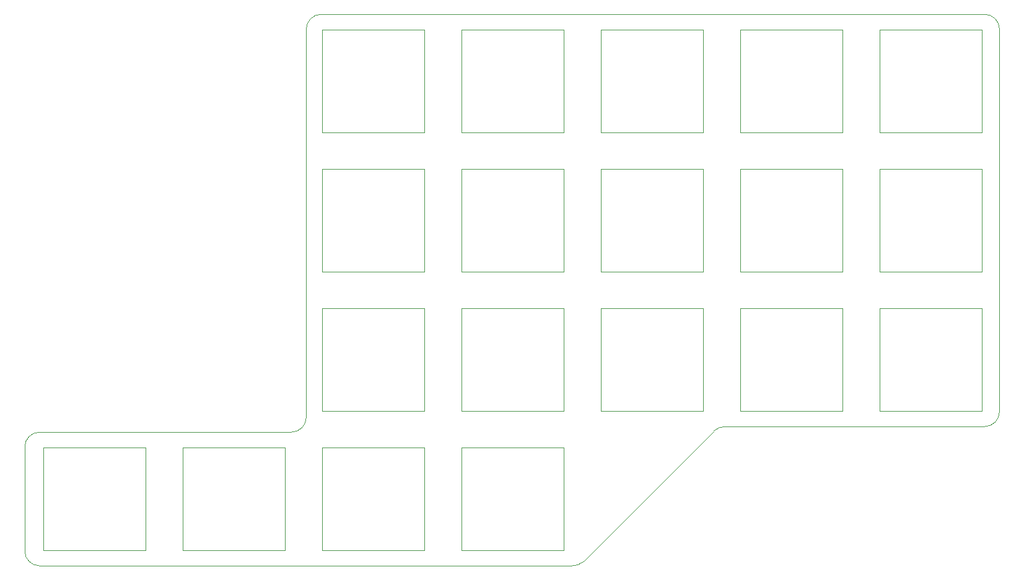
<source format=gbr>
%TF.GenerationSoftware,KiCad,Pcbnew,(6.0.10)*%
%TF.CreationDate,2023-03-05T22:19:41-08:00*%
%TF.ProjectId,tsbym-top_plate,74736279-6d2d-4746-9f70-5f706c617465,rev?*%
%TF.SameCoordinates,Original*%
%TF.FileFunction,Profile,NP*%
%FSLAX46Y46*%
G04 Gerber Fmt 4.6, Leading zero omitted, Abs format (unit mm)*
G04 Created by KiCad (PCBNEW (6.0.10)) date 2023-03-05 22:19:41*
%MOMM*%
%LPD*%
G01*
G04 APERTURE LIST*
%TA.AperFunction,Profile*%
%ADD10C,0.100000*%
%TD*%
%TA.AperFunction,Profile*%
%ADD11C,0.120000*%
%TD*%
G04 APERTURE END LIST*
D10*
X206756001Y-117093999D02*
G75*
G03*
X208788000Y-115062000I0J2031999D01*
G01*
X112014000Y-117855999D02*
G75*
G03*
X114045999Y-115824000I0J2031999D01*
G01*
X114046001Y-62738000D02*
X114045999Y-115824000D01*
X77597000Y-117856001D02*
G75*
G03*
X75565001Y-119888000I0J-2031999D01*
G01*
X206756000Y-60706000D02*
X116078000Y-60706001D01*
X171323000Y-117094000D02*
G75*
G03*
X169774773Y-117661481I5457J-2410600D01*
G01*
X208787999Y-62737999D02*
G75*
G03*
X206756000Y-60706000I-2031999J0D01*
G01*
X151916228Y-135576518D02*
X169774772Y-117661482D01*
X75565001Y-134112001D02*
G75*
G03*
X77597000Y-136144000I2031999J0D01*
G01*
X204724000Y-117094000D02*
X171323000Y-117094000D01*
X208788000Y-115062000D02*
X208788000Y-62738000D01*
X116078000Y-60706001D02*
G75*
G03*
X114046001Y-62738000I0J-2031999D01*
G01*
X112014000Y-117855999D02*
X77597000Y-117856001D01*
X150368000Y-136144000D02*
X77597000Y-136144000D01*
X204724000Y-117094000D02*
X206756000Y-117094000D01*
X75565001Y-119888000D02*
X75565000Y-134112000D01*
X150368000Y-136144000D02*
G75*
G03*
X151916227Y-135576519I-5457J2410600D01*
G01*
D11*
%TO.C,SW2*%
X130190000Y-62850000D02*
X116190000Y-62850000D01*
X116190000Y-76850000D02*
X130190000Y-76850000D01*
X130190000Y-76850000D02*
X130190000Y-62850000D01*
X116190000Y-62850000D02*
X116190000Y-76850000D01*
X116190000Y-134000000D02*
X130190000Y-134000000D01*
X130190000Y-134000000D02*
X130190000Y-120000000D01*
X130190000Y-120000000D02*
X116190000Y-120000000D01*
X116190000Y-120000000D02*
X116190000Y-134000000D01*
X168290000Y-62850000D02*
X154290000Y-62850000D01*
X168290000Y-76850000D02*
X168290000Y-62850000D01*
X154290000Y-76850000D02*
X168290000Y-76850000D01*
X154290000Y-62850000D02*
X154290000Y-76850000D01*
X206390000Y-95900000D02*
X206390000Y-81900000D01*
X192390000Y-81900000D02*
X192390000Y-95900000D01*
X192390000Y-95900000D02*
X206390000Y-95900000D01*
X206390000Y-81900000D02*
X192390000Y-81900000D01*
X116190000Y-114950000D02*
X130190000Y-114950000D01*
X116190000Y-100950000D02*
X116190000Y-114950000D01*
X130190000Y-100950000D02*
X116190000Y-100950000D01*
X130190000Y-114950000D02*
X130190000Y-100950000D01*
X154290000Y-81900000D02*
X154290000Y-95900000D01*
X154290000Y-95900000D02*
X168290000Y-95900000D01*
X168290000Y-81900000D02*
X154290000Y-81900000D01*
X168290000Y-95900000D02*
X168290000Y-81900000D01*
X149240000Y-120000000D02*
X135240000Y-120000000D01*
X149240000Y-134000000D02*
X149240000Y-120000000D01*
X135240000Y-134000000D02*
X149240000Y-134000000D01*
X135240000Y-120000000D02*
X135240000Y-134000000D01*
X173340000Y-95900000D02*
X187340000Y-95900000D01*
X187340000Y-95900000D02*
X187340000Y-81900000D01*
X187340000Y-81900000D02*
X173340000Y-81900000D01*
X173340000Y-81900000D02*
X173340000Y-95900000D01*
X78090000Y-120000000D02*
X78090000Y-134000000D01*
X78090000Y-134000000D02*
X92090000Y-134000000D01*
X92090000Y-134000000D02*
X92090000Y-120000000D01*
X92090000Y-120000000D02*
X78090000Y-120000000D01*
X135240000Y-81900000D02*
X135240000Y-95900000D01*
X149240000Y-81900000D02*
X135240000Y-81900000D01*
X149240000Y-95900000D02*
X149240000Y-81900000D01*
X135240000Y-95900000D02*
X149240000Y-95900000D01*
X149240000Y-62850000D02*
X135240000Y-62850000D01*
X149240000Y-76850000D02*
X149240000Y-62850000D01*
X135240000Y-62850000D02*
X135240000Y-76850000D01*
X135240000Y-76850000D02*
X149240000Y-76850000D01*
X130190000Y-81900000D02*
X116190000Y-81900000D01*
X116190000Y-81900000D02*
X116190000Y-95900000D01*
X116190000Y-95900000D02*
X130190000Y-95900000D01*
X130190000Y-95900000D02*
X130190000Y-81900000D01*
X154290000Y-114950000D02*
X168290000Y-114950000D01*
X168290000Y-114950000D02*
X168290000Y-100950000D01*
X168290000Y-100950000D02*
X154290000Y-100950000D01*
X154290000Y-100950000D02*
X154290000Y-114950000D01*
X192390000Y-100950000D02*
X192390000Y-114950000D01*
X192390000Y-114950000D02*
X206390000Y-114950000D01*
X206390000Y-100950000D02*
X192390000Y-100950000D01*
X206390000Y-114950000D02*
X206390000Y-100950000D01*
X173340000Y-76850000D02*
X187340000Y-76850000D01*
X187340000Y-76850000D02*
X187340000Y-62850000D01*
X187340000Y-62850000D02*
X173340000Y-62850000D01*
X173340000Y-62850000D02*
X173340000Y-76850000D01*
X135240000Y-100950000D02*
X135240000Y-114950000D01*
X135240000Y-114950000D02*
X149240000Y-114950000D01*
X149240000Y-114950000D02*
X149240000Y-100950000D01*
X149240000Y-100950000D02*
X135240000Y-100950000D01*
X97140000Y-134000000D02*
X111140000Y-134000000D01*
X111140000Y-120000000D02*
X97140000Y-120000000D01*
X111140000Y-134000000D02*
X111140000Y-120000000D01*
X97140000Y-120000000D02*
X97140000Y-134000000D01*
X192390000Y-62850000D02*
X192390000Y-76850000D01*
X206390000Y-62850000D02*
X192390000Y-62850000D01*
X206390000Y-76850000D02*
X206390000Y-62850000D01*
X192390000Y-76850000D02*
X206390000Y-76850000D01*
X173340000Y-114950000D02*
X187340000Y-114950000D01*
X187340000Y-100950000D02*
X173340000Y-100950000D01*
X173340000Y-100950000D02*
X173340000Y-114950000D01*
X187340000Y-114950000D02*
X187340000Y-100950000D01*
%TD*%
M02*

</source>
